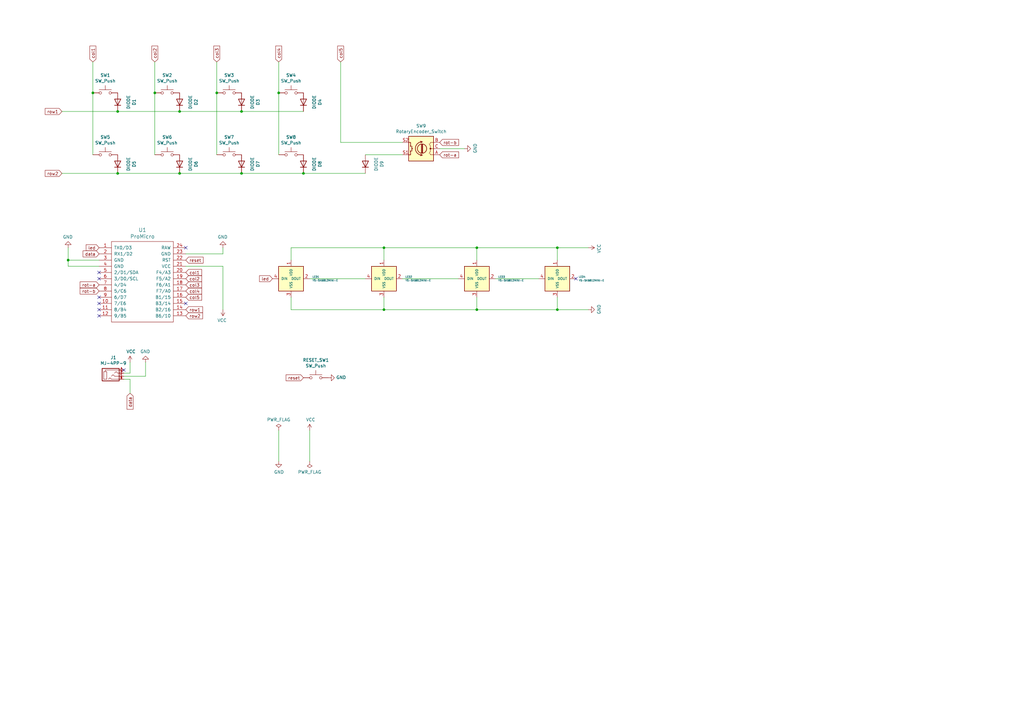
<source format=kicad_sch>
(kicad_sch (version 20211123) (generator eeschema)
  (paper "A3")
  (lib_symbols
    (symbol "Device:D" (pin_numbers hide) (pin_names (offset 1.016) hide)
      (property "Reference" "D" (at 0 2.54 0))
      (property "Value" "D" (at 0 -2.54 0))
      (symbol "D_0_1"
        (polyline (pts (xy -1.27 1.27) (xy -1.27 -1.27)) (stroke (width 0.254)))
        (polyline (pts (xy 1.27 0) (xy -1.27 0)))
        (polyline (pts (xy 1.27 1.27) (xy 1.27 -1.27) (xy -1.27 0) (xy 1.27 1.27)) (stroke (width 0.254)))
      )
      (symbol "D_1_1"
        (pin passive line (at -3.81 0 0) (length 2.54) (name "K") (number "1"))
        (pin passive line (at 3.81 0 180) (length 2.54) (name "A") (number "2"))
      )
    )
    (symbol "Switch:SW_Push" (pin_numbers hide) (pin_names (offset 1.016) hide)
      (property "Reference" "SW" (at 1.27 2.54 0))
      (property "Value" "SW_Push" (at 0 -1.524 0))
      (symbol "SW_Push_0_1"
        (circle (center -2.032 0) (radius 0.508))
        (polyline (pts (xy 0 1.27) (xy 0 3.048)))
        (polyline (pts (xy 2.54 1.27) (xy -2.54 1.27)))
        (circle (center 2.032 0) (radius 0.508))
        (pin passive line (at -5.08 0 0) (length 2.54) (name "1") (number "1"))
        (pin passive line (at 5.08 0 180) (length 2.54) (name "2") (number "2"))
      )
    )
    (symbol "dogtag-rescue:MJ-4PP-9-kbd" (pin_names (offset 1.016))
      (property "Reference" "J" (at 0 3.81 0))
      (property "Value" "MJ-4PP-9-kbd" (at 0 -3.81 0))
      (symbol "MJ-4PP-9-kbd_0_1"
        (rectangle (start -1.905 -1.905) (end -3.175 1.27))
        (polyline (pts (xy -2.54 1.27) (xy -2.54 1.905) (xy 3.175 1.905)))
        (polyline (pts (xy -1.27 -1.905) (xy -0.635 -1.27) (xy 0 -1.905) (xy 3.175 -1.905)))
        (polyline (pts (xy 0 -0.635) (xy 0.635 0) (xy 1.27 -0.635) (xy 3.175 -0.635)))
        (polyline (pts (xy 1.27 0.635) (xy 1.905 1.27) (xy 2.54 0.635) (xy 3.175 0.635)))
        (rectangle (start 3.175 2.54) (end -3.81 -2.54) (stroke (width 0.3048)))
      )
      (symbol "MJ-4PP-9-kbd_1_1"
        (pin input line (at 5.08 1.905 180) (length 2.0066) (name "~") (number "A"))
        (pin input line (at 5.08 -1.905 180) (length 2.0066) (name "~") (number "B"))
        (pin input line (at 5.08 -0.635 180) (length 2.0066) (name "~") (number "C"))
        (pin input line (at 5.08 0.635 180) (length 2.0066) (name "~") (number "D"))
      )
    )
    (symbol "dogtag-rescue:ProMicro-kbd" (pin_names (offset 1.016))
      (property "Reference" "U" (at 0 19.05 0))
      (property "Value" "ProMicro-kbd" (at 0 -19.05 0))
      (symbol "ProMicro-kbd_0_1"
        (rectangle (start -12.7 16.51) (end 12.7 -16.51))
      )
      (symbol "ProMicro-kbd_1_1"
        (pin bidirectional line (at -17.78 13.97 0) (length 5.08) (name "TX0/D3") (number "1"))
        (pin bidirectional line (at -17.78 -8.89 0) (length 5.08) (name "7/E6") (number "10"))
        (pin bidirectional line (at -17.78 -11.43 0) (length 5.08) (name "8/B4") (number "11"))
        (pin bidirectional line (at -17.78 -13.97 0) (length 5.08) (name "9/B5") (number "12"))
        (pin bidirectional line (at 17.78 -13.97 180) (length 5.08) (name "B6/10") (number "13"))
        (pin bidirectional line (at 17.78 -11.43 180) (length 5.08) (name "B2/16") (number "14"))
        (pin bidirectional line (at 17.78 -8.89 180) (length 5.08) (name "B3/14") (number "15"))
        (pin bidirectional line (at 17.78 -6.35 180) (length 5.08) (name "B1/15") (number "16"))
        (pin bidirectional line (at 17.78 -3.81 180) (length 5.08) (name "F7/A0") (number "17"))
        (pin bidirectional line (at 17.78 -1.27 180) (length 5.08) (name "F6/A1") (number "18"))
        (pin bidirectional line (at 17.78 1.27 180) (length 5.08) (name "F5/A2") (number "19"))
        (pin bidirectional line (at -17.78 11.43 0) (length 5.08) (name "RX1/D2") (number "2"))
        (pin bidirectional line (at 17.78 3.81 180) (length 5.08) (name "F4/A3") (number "20"))
        (pin power_in line (at 17.78 6.35 180) (length 5.08) (name "VCC") (number "21"))
        (pin input line (at 17.78 8.89 180) (length 5.08) (name "RST") (number "22"))
        (pin power_in line (at 17.78 11.43 180) (length 5.08) (name "GND") (number "23"))
        (pin power_out line (at 17.78 13.97 180) (length 5.08) (name "RAW") (number "24"))
        (pin power_in line (at -17.78 8.89 0) (length 5.08) (name "GND") (number "3"))
        (pin power_in line (at -17.78 6.35 0) (length 5.08) (name "GND") (number "4"))
        (pin bidirectional line (at -17.78 3.81 0) (length 5.08) (name "2/D1/SDA") (number "5"))
        (pin bidirectional line (at -17.78 1.27 0) (length 5.08) (name "3/D0/SCL") (number "6"))
        (pin bidirectional line (at -17.78 -1.27 0) (length 5.08) (name "4/D4") (number "7"))
        (pin bidirectional line (at -17.78 -3.81 0) (length 5.08) (name "5/C6") (number "8"))
        (pin bidirectional line (at -17.78 -6.35 0) (length 5.08) (name "6/D7") (number "9"))
      )
    )
    (symbol "dogtag-rescue:RotaryEncoder_Switch-Device-kbd-template-rescue" (pin_names (offset 0.254) hide)
      (property "Reference" "SW" (at 0 6.604 0))
      (property "Value" "RotaryEncoder_Switch-Device-kbd-template-rescue" (at 0 -6.604 0))
      (symbol "RotaryEncoder_Switch-Device-kbd-template-rescue_0_1"
        (rectangle (start -5.08 5.08) (end 5.08 -5.08) (stroke (width 0.254)) (fill (type background)))
        (circle (center -3.81 0) (radius 0.254) (fill (type outline)))
        (arc (start -0.381 -2.794) (mid 2.3622 -0.0508) (end -0.381 2.667) (stroke (width 0.254)))
        (circle (center -0.381 0) (radius 1.905) (stroke (width 0.254)))
        (polyline (pts (xy -0.635 -1.778) (xy -0.635 1.778)) (stroke (width 0.254)))
        (polyline (pts (xy -0.381 -1.778) (xy -0.381 1.778)) (stroke (width 0.254)))
        (polyline (pts (xy -0.127 1.778) (xy -0.127 -1.778)) (stroke (width 0.254)))
        (polyline (pts (xy 3.81 0) (xy 3.429 0)) (stroke (width 0.254)))
        (polyline (pts (xy 3.81 1.016) (xy 3.81 -1.016)) (stroke (width 0.254)))
        (polyline (pts (xy -5.08 -2.54) (xy -3.81 -2.54) (xy -3.81 -2.032)))
        (polyline (pts (xy -5.08 2.54) (xy -3.81 2.54) (xy -3.81 2.032)))
        (polyline (pts (xy 0.254 -3.048) (xy -0.508 -2.794) (xy 0.127 -2.413)) (stroke (width 0.254)))
        (polyline (pts (xy 0.254 2.921) (xy -0.508 2.667) (xy 0.127 2.286)) (stroke (width 0.254)))
        (polyline (pts (xy 5.08 -2.54) (xy 4.318 -2.54) (xy 4.318 -1.016)) (stroke (width 0.254)))
        (polyline (pts (xy 5.08 2.54) (xy 4.318 2.54) (xy 4.318 1.016)) (stroke (width 0.254)))
        (polyline (pts (xy -5.08 0) (xy -3.81 0) (xy -3.81 -1.016) (xy -3.302 -2.032)))
        (polyline (pts (xy -4.318 0) (xy -3.81 0) (xy -3.81 1.016) (xy -3.302 2.032)))
        (circle (center 4.318 -1.016) (radius 0.127) (stroke (width 0.254)))
        (circle (center 4.318 1.016) (radius 0.127) (stroke (width 0.254)))
      )
      (symbol "RotaryEncoder_Switch-Device-kbd-template-rescue_1_1"
        (pin passive line (at -7.62 2.54 0) (length 2.54) (name "A") (number "A"))
        (pin passive line (at -7.62 -2.54 0) (length 2.54) (name "B") (number "B"))
        (pin passive line (at -7.62 0 0) (length 2.54) (name "C") (number "C"))
        (pin passive line (at 7.62 2.54 180) (length 2.54) (name "S1") (number "S1"))
        (pin passive line (at 7.62 -2.54 180) (length 2.54) (name "S2") (number "S2"))
      )
    )
    (symbol "dogtag-rescue:YS-SK6812MINI-E-kbd" (pin_names (offset 1.016))
      (property "Reference" "LED" (at 2.54 -7.62 0))
      (property "Value" "YS-SK6812MINI-E-kbd" (at 6.35 -6.35 0))
      (symbol "YS-SK6812MINI-E-kbd_0_1"
        (rectangle (start -5.08 5.08) (end 5.08 -5.08) (stroke (width 0.254)) (fill (type background)))
      )
      (symbol "YS-SK6812MINI-E-kbd_1_1"
        (pin power_in line (at 0 7.62 270) (length 2.54) (name "VDD") (number "1"))
        (pin output line (at 7.62 0 180) (length 2.54) (name "DOUT") (number "2"))
        (pin power_in line (at 0 -7.62 90) (length 2.54) (name "VSS") (number "3"))
        (pin input line (at -7.62 0 0) (length 2.54) (name "DIN") (number "4"))
      )
    )
    (symbol "power:GND" (power) (pin_names (offset 0))
      (property "Value" "GND" (at 0 -3.81 0))
      (symbol "GND_0_1"
        (polyline (pts (xy 0 0) (xy 0 -1.27) (xy 1.27 -1.27) (xy 0 -2.54) (xy -1.27 -1.27) (xy 0 -1.27)))
      )
      (symbol "GND_1_1"
        (pin power_in line (at 0 0 270) (length 0) hide (name "GND") (number "1"))
      )
    )
    (symbol "power:PWR_FLAG" (power) (pin_numbers hide) (pin_names (offset 0) hide)
      (property "Value" "PWR_FLAG" (at 0 3.81 0))
      (symbol "PWR_FLAG_0_0"
        (pin power_out line (at 0 0 90) (length 0) (name "pwr") (number "1"))
      )
      (symbol "PWR_FLAG_0_1"
        (polyline (pts (xy 0 0) (xy 0 1.27) (xy -1.016 1.905) (xy 0 2.54) (xy 1.016 1.905) (xy 0 1.27)))
      )
    )
    (symbol "power:VCC" (power) (pin_names (offset 0))
      (property "Value" "VCC" (at 0 3.81 0))
      (symbol "VCC_0_1"
        (polyline (pts (xy -0.762 1.27) (xy 0 2.54)))
        (polyline (pts (xy 0 0) (xy 0 2.54)))
        (polyline (pts (xy 0 2.54) (xy 0.762 1.27)))
      )
      (symbol "VCC_1_1"
        (pin power_in line (at 0 0 90) (length 0) hide (name "VCC") (number "1"))
      )
    )
  )
  (junction (at 124.46 71.12))
  (junction (at 48.26 71.12))
  (junction (at 88.9 38.1))
  (junction (at 48.26 45.72))
  (junction (at 73.66 45.72))
  (junction (at 195.58 127))
  (junction (at 99.06 71.12))
  (junction (at 114.3 38.1))
  (junction (at 228.6 101.6))
  (junction (at 157.48 127))
  (junction (at 228.6 127))
  (junction (at 27.94 106.68))
  (junction (at 63.5 38.1))
  (junction (at 38.1 38.1))
  (junction (at 157.48 101.6))
  (junction (at 195.58 101.6))
  (junction (at 73.66 71.12))
  (junction (at 99.06 45.72))
  (no_connect (at 76.2 101.6))
  (no_connect (at 40.64 114.3))
  (no_connect (at 40.64 129.54))
  (no_connect (at 236.22 114.3))
  (no_connect (at 76.2 124.46))
  (no_connect (at 40.64 127))
  (no_connect (at 40.64 124.46))
  (no_connect (at 50.8 151.765))
  (no_connect (at 40.64 111.76))
  (no_connect (at 40.64 121.92))
  (wire (pts (xy 228.6 106.68) (xy 228.6 101.6)))
  (wire (pts (xy 53.34 155.575) (xy 53.34 161.29)))
  (wire (pts (xy 165.1 63.5) (xy 149.86 63.5)))
  (wire (pts (xy 59.69 148.59) (xy 59.69 154.305)))
  (wire (pts (xy 127 114.3) (xy 149.86 114.3)))
  (wire (pts (xy 139.7 58.42) (xy 165.1 58.42)))
  (wire (pts (xy 127 176.53) (xy 127 189.23)))
  (wire (pts (xy 73.66 71.12) (xy 99.06 71.12)))
  (wire (pts (xy 195.58 106.68) (xy 195.58 101.6)))
  (wire (pts (xy 157.48 121.92) (xy 157.48 127)))
  (wire (pts (xy 40.64 106.68) (xy 27.94 106.68)))
  (wire (pts (xy 99.06 71.12) (xy 124.46 71.12)))
  (wire (pts (xy 195.58 101.6) (xy 228.6 101.6)))
  (wire (pts (xy 228.6 127) (xy 241.3 127)))
  (wire (pts (xy 27.94 106.68) (xy 27.94 101.6)))
  (wire (pts (xy 157.48 127) (xy 195.58 127)))
  (wire (pts (xy 63.5 25.4) (xy 63.5 38.1)))
  (wire (pts (xy 139.7 25.4) (xy 139.7 58.42)))
  (wire (pts (xy 228.6 101.6) (xy 241.3 101.6)))
  (wire (pts (xy 119.38 106.68) (xy 119.38 101.6)))
  (wire (pts (xy 114.3 25.4) (xy 114.3 38.1)))
  (wire (pts (xy 53.34 153.035) (xy 50.8 153.035)))
  (wire (pts (xy 114.3 176.53) (xy 114.3 189.23)))
  (wire (pts (xy 203.2 114.3) (xy 220.98 114.3)))
  (wire (pts (xy 195.58 127) (xy 228.6 127)))
  (wire (pts (xy 228.6 121.92) (xy 228.6 127)))
  (wire (pts (xy 48.26 71.12) (xy 73.66 71.12)))
  (wire (pts (xy 88.9 25.4) (xy 88.9 38.1)))
  (wire (pts (xy 88.9 38.1) (xy 88.9 63.5)))
  (wire (pts (xy 73.66 45.72) (xy 48.26 45.72)))
  (wire (pts (xy 195.58 121.92) (xy 195.58 127)))
  (wire (pts (xy 25.4 71.12) (xy 48.26 71.12)))
  (wire (pts (xy 27.94 109.22) (xy 27.94 106.68)))
  (wire (pts (xy 50.8 155.575) (xy 53.34 155.575)))
  (wire (pts (xy 48.26 45.72) (xy 25.4 45.72)))
  (wire (pts (xy 76.2 104.14) (xy 91.44 104.14)))
  (wire (pts (xy 119.38 121.92) (xy 119.38 127)))
  (wire (pts (xy 76.2 109.22) (xy 91.44 109.22)))
  (wire (pts (xy 180.34 60.96) (xy 190.5 60.96)))
  (wire (pts (xy 53.34 148.59) (xy 53.34 153.035)))
  (wire (pts (xy 59.69 154.305) (xy 50.8 154.305)))
  (wire (pts (xy 99.06 45.72) (xy 73.66 45.72)))
  (wire (pts (xy 157.48 101.6) (xy 195.58 101.6)))
  (wire (pts (xy 114.3 38.1) (xy 114.3 63.5)))
  (wire (pts (xy 63.5 38.1) (xy 63.5 63.5)))
  (wire (pts (xy 38.1 38.1) (xy 38.1 63.5)))
  (wire (pts (xy 124.46 71.12) (xy 149.86 71.12)))
  (wire (pts (xy 157.48 106.68) (xy 157.48 101.6)))
  (wire (pts (xy 165.1 114.3) (xy 187.96 114.3)))
  (wire (pts (xy 91.44 104.14) (xy 91.44 101.6)))
  (wire (pts (xy 91.44 109.22) (xy 91.44 127)))
  (wire (pts (xy 119.38 127) (xy 157.48 127)))
  (wire (pts (xy 38.1 25.4) (xy 38.1 38.1)))
  (wire (pts (xy 119.38 101.6) (xy 157.48 101.6)))
  (wire (pts (xy 40.64 109.22) (xy 27.94 109.22)))
  (wire (pts (xy 124.46 45.72) (xy 99.06 45.72)))
  (global_label "col3" (shape input) (at 88.9 25.4 90) (property "シート間のリファレンス" "${INTERSHEET_REFS}" (effects hide)))
  (global_label "col1" (shape input) (at 76.2 111.76 0) (property "シート間のリファレンス" "${INTERSHEET_REFS}" (effects hide)))
  (global_label "row1" (shape input) (at 25.4 45.72 180) (property "シート間のリファレンス" "${INTERSHEET_REFS}" (effects hide)))
  (global_label "col4" (shape input) (at 76.2 119.38 0) (property "シート間のリファレンス" "${INTERSHEET_REFS}" (effects hide)))
  (global_label "reset" (shape input) (at 124.46 154.94 180) (property "シート間のリファレンス" "${INTERSHEET_REFS}" (effects hide)))
  (global_label "row2" (shape input) (at 76.2 129.54 0) (property "シート間のリファレンス" "${INTERSHEET_REFS}" (effects hide)))
  (global_label "col4" (shape input) (at 114.3 25.4 90) (property "シート間のリファレンス" "${INTERSHEET_REFS}" (effects hide)))
  (global_label "row2" (shape input) (at 25.4 71.12 180) (property "シート間のリファレンス" "${INTERSHEET_REFS}" (effects hide)))
  (global_label "rot-a" (shape input) (at 40.64 116.84 180) (property "シート間のリファレンス" "${INTERSHEET_REFS}" (effects hide)))
  (global_label "rot-b" (shape input) (at 40.64 119.38 180) (property "シート間のリファレンス" "${INTERSHEET_REFS}" (effects hide)))
  (global_label "rot-b" (shape input) (at 180.34 58.42 0) (property "シート間のリファレンス" "${INTERSHEET_REFS}" (effects hide)))
  (global_label "col2" (shape input) (at 76.2 114.3 0) (property "シート間のリファレンス" "${INTERSHEET_REFS}" (effects hide)))
  (global_label "col3" (shape input) (at 76.2 116.84 0) (property "シート間のリファレンス" "${INTERSHEET_REFS}" (effects hide)))
  (global_label "data" (shape input) (at 53.34 161.29 270) (property "シート間のリファレンス" "${INTERSHEET_REFS}" (effects hide)))
  (global_label "rot-a" (shape input) (at 180.34 63.5 0) (property "シート間のリファレンス" "${INTERSHEET_REFS}" (effects hide)))
  (global_label "data" (shape input) (at 40.64 104.14 180) (property "シート間のリファレンス" "${INTERSHEET_REFS}" (effects hide)))
  (global_label "col5" (shape input) (at 139.7 25.4 90) (property "シート間のリファレンス" "${INTERSHEET_REFS}" (effects hide)))
  (global_label "col2" (shape input) (at 63.5 25.4 90) (property "シート間のリファレンス" "${INTERSHEET_REFS}" (effects hide)))
  (global_label "col5" (shape input) (at 76.2 121.92 0) (property "シート間のリファレンス" "${INTERSHEET_REFS}" (effects hide)))
  (global_label "led" (shape input) (at 40.64 101.6 180) (property "シート間のリファレンス" "${INTERSHEET_REFS}" (effects hide)))
  (global_label "reset" (shape input) (at 76.2 106.68 0) (property "シート間のリファレンス" "${INTERSHEET_REFS}" (effects hide)))
  (global_label "col1" (shape input) (at 38.1 25.4 90) (property "シート間のリファレンス" "${INTERSHEET_REFS}" (effects hide)))
  (global_label "row1" (shape input) (at 76.2 127 0) (property "シート間のリファレンス" "${INTERSHEET_REFS}" (effects hide)))
  (global_label "led" (shape input) (at 111.76 114.3 180) (property "シート間のリファレンス" "${INTERSHEET_REFS}" (effects hide)))
  (symbol (lib_id "Device:D") (at 48.26 41.91 270) (mirror x) (unit 1)
    (property "Reference" "D1" (at 54.991 41.91 0))
    (property "Value" "DIODE" (at 52.6796 41.91 0))
    (property "Footprint" "takashicompany:D3_TH_SMD_v2_Reversible" (effects hide))
  )
  (symbol (lib_id "Switch:SW_Push") (at 43.18 38.1 0) (unit 1)
    (property "Reference" "SW1" (at 43.18 30.861 0))
    (property "Value" "SW_Push" (at 43.18 33.1724 0))
    (property "Footprint" "takashicompany:CherryMX_TH_Hotswap_Reversible_v2" (effects hide))
  )
  (symbol (lib_id "Device:D") (at 73.66 41.91 270) (mirror x) (unit 1)
    (property "Reference" "D2" (at 80.391 41.91 0))
    (property "Value" "DIODE" (at 78.0796 41.91 0))
    (property "Footprint" "takashicompany:D3_TH_SMD_v2_Reversible" (effects hide))
  )
  (symbol (lib_id "Switch:SW_Push") (at 68.58 38.1 0) (unit 1)
    (property "Reference" "SW2" (at 68.58 30.861 0))
    (property "Value" "SW_Push" (at 68.58 33.1724 0))
    (property "Footprint" "takashicompany:CherryMX_TH_Hotswap_Reversible_v2" (effects hide))
  )
  (symbol (lib_id "Device:D") (at 99.06 41.91 270) (mirror x) (unit 1)
    (property "Reference" "D3" (at 105.791 41.91 0))
    (property "Value" "DIODE" (at 103.4796 41.91 0))
    (property "Footprint" "takashicompany:D3_TH_SMD_v2_Reversible" (effects hide))
  )
  (symbol (lib_id "Switch:SW_Push") (at 93.98 38.1 0) (unit 1)
    (property "Reference" "SW3" (at 93.98 30.861 0))
    (property "Value" "SW_Push" (at 93.98 33.1724 0))
    (property "Footprint" "takashicompany:CherryMX_TH_Hotswap_Reversible_v2" (effects hide))
  )
  (symbol (lib_id "Device:D") (at 124.46 41.91 270) (mirror x) (unit 1)
    (property "Reference" "D4" (at 131.191 41.91 0))
    (property "Value" "DIODE" (at 128.8796 41.91 0))
    (property "Footprint" "takashicompany:D3_TH_SMD_v2_Reversible" (effects hide))
  )
  (symbol (lib_id "Switch:SW_Push") (at 119.38 38.1 0) (unit 1)
    (property "Reference" "SW4" (at 119.38 30.861 0))
    (property "Value" "SW_Push" (at 119.38 33.1724 0))
    (property "Footprint" "takashicompany:CherryMX_TH_Hotswap_Reversible_v2" (effects hide))
  )
  (symbol (lib_id "Device:D") (at 48.26 67.31 270) (mirror x) (unit 1)
    (property "Reference" "D5" (at 54.991 67.31 0))
    (property "Value" "DIODE" (at 52.6796 67.31 0))
    (property "Footprint" "takashicompany:D3_TH_SMD_v2_Reversible" (effects hide))
  )
  (symbol (lib_id "Switch:SW_Push") (at 43.18 63.5 0) (unit 1)
    (property "Reference" "SW5" (at 43.18 56.261 0))
    (property "Value" "SW_Push" (at 43.18 58.5724 0))
    (property "Footprint" "takashicompany:CherryMX_TH_Hotswap_Reversible_v2" (effects hide))
  )
  (symbol (lib_id "Device:D") (at 73.66 67.31 270) (mirror x) (unit 1)
    (property "Reference" "D6" (at 80.391 67.31 0))
    (property "Value" "DIODE" (at 78.0796 67.31 0))
    (property "Footprint" "takashicompany:D3_TH_SMD_v2_Reversible" (effects hide))
  )
  (symbol (lib_id "Switch:SW_Push") (at 68.58 63.5 0) (unit 1)
    (property "Reference" "SW6" (at 68.58 56.261 0))
    (property "Value" "SW_Push" (at 68.58 58.5724 0))
    (property "Footprint" "takashicompany:CherryMX_TH_Hotswap_Reversible_v2" (effects hide))
  )
  (symbol (lib_id "Device:D") (at 99.06 67.31 270) (mirror x) (unit 1)
    (property "Reference" "D7" (at 105.791 67.31 0))
    (property "Value" "DIODE" (at 103.4796 67.31 0))
    (property "Footprint" "takashicompany:D3_TH_SMD_v2_Reversible" (effects hide))
  )
  (symbol (lib_id "Switch:SW_Push") (at 93.98 63.5 0) (unit 1)
    (property "Reference" "SW7" (at 93.98 56.261 0))
    (property "Value" "SW_Push" (at 93.98 58.5724 0))
    (property "Footprint" "takashicompany:CherryMX_TH_Hotswap_Reversible_v2" (effects hide))
  )
  (symbol (lib_id "Device:D") (at 124.46 67.31 270) (mirror x) (unit 1)
    (property "Reference" "D8" (at 131.191 67.31 0))
    (property "Value" "DIODE" (at 128.8796 67.31 0))
    (property "Footprint" "takashicompany:D3_TH_SMD_v2_Reversible" (effects hide))
  )
  (symbol (lib_id "Switch:SW_Push") (at 119.38 63.5 0) (unit 1)
    (property "Reference" "SW8" (at 119.38 56.261 0))
    (property "Value" "SW_Push" (at 119.38 58.5724 0))
    (property "Footprint" "takashicompany:CherryMX_TH_Hotswap_Reversible_v2" (effects hide))
  )
  (symbol (lib_id "Device:D") (at 149.86 67.31 270) (mirror x) (unit 1)
    (property "Reference" "D9" (at 156.591 67.31 0))
    (property "Value" "DIODE" (at 154.2796 67.31 0))
    (property "Footprint" "takashicompany:D3_TH_SMD_v2_Reversible" (effects hide))
  )
  (symbol (lib_id "dogtag-rescue:ProMicro-kbd") (at 58.42 115.57 0) (unit 1)
    (property "Reference" "U1" (at 58.42 94.3102 0) (effects (font (size 1.524 1.524))))
    (property "Value" "ProMicro" (at 58.42 97.0026 0) (effects (font (size 1.524 1.524))))
    (property "Footprint" "takashicompany:ProMicro_v3.5_print-inside" (effects hide))
  )
  (symbol (lib_id "power:VCC") (at 91.44 127 180) (unit 1)
    (property "Reference" "#PWR0101" (effects hide))
    (property "Value" "VCC" (at 91.059 131.3942 0))
  )
  (symbol (lib_id "power:VCC") (at 53.34 148.59 0) (unit 1)
    (property "Reference" "#PWR0105" (effects hide))
    (property "Value" "VCC" (at 53.721 144.1958 0))
  )
  (symbol (lib_id "power:GND") (at 91.44 101.6 180) (unit 1)
    (property "Reference" "#PWR0102" (effects hide))
    (property "Value" "GND" (at 91.313 97.2058 0))
  )
  (symbol (lib_id "power:GND") (at 27.94 101.6 180) (unit 1)
    (property "Reference" "#PWR0103" (effects hide))
    (property "Value" "GND" (at 27.813 97.2058 0))
  )
  (symbol (lib_id "dogtag-rescue:MJ-4PP-9-kbd") (at 45.72 153.67 0) (unit 1)
    (property "Reference" "J1" (at 46.5074 146.6596 0))
    (property "Value" "MJ-4PP-9" (at 46.5074 148.971 0))
    (property "Footprint" "kbd:MJ-4PP-9" (effects hide))
  )
  (symbol (lib_id "Switch:SW_Push") (at 129.54 154.94 0) (unit 1)
    (property "Reference" "RESET_SW1" (at 129.54 147.701 0))
    (property "Value" "SW_Push" (at 129.54 150.0124 0))
    (property "Footprint" "kbd:ResetSW" (effects hide))
  )
  (symbol (lib_id "power:GND") (at 134.62 154.94 90) (unit 1)
    (property "Reference" "#PWR0104" (effects hide))
    (property "Value" "GND" (at 137.8712 154.813 90) (effects (justify right)))
  )
  (symbol (lib_id "power:GND") (at 59.69 148.59 180) (unit 1)
    (property "Reference" "#PWR0106" (effects hide))
    (property "Value" "GND" (at 59.563 144.1958 0))
  )
  (symbol (lib_id "power:PWR_FLAG") (at 114.3 176.53 0) (unit 1)
    (property "Reference" "#FLG0101" (effects hide))
    (property "Value" "PWR_FLAG" (at 114.3 172.1358 0))
  )
  (symbol (lib_id "power:GND") (at 114.3 189.23 0) (unit 1)
    (property "Reference" "#PWR0107" (effects hide))
    (property "Value" "GND" (at 114.427 193.6242 0))
  )
  (symbol (lib_id "power:VCC") (at 127 176.53 0) (unit 1)
    (property "Reference" "#PWR0108" (effects hide))
    (property "Value" "VCC" (at 127.381 172.1358 0))
  )
  (symbol (lib_id "power:PWR_FLAG") (at 127 189.23 180) (unit 1)
    (property "Reference" "#FLG0102" (effects hide))
    (property "Value" "PWR_FLAG" (at 127 193.6242 0))
  )
  (symbol (lib_id "power:VCC") (at 241.3 101.6 270) (unit 1)
    (property "Reference" "#PWR0109" (effects hide))
    (property "Value" "VCC" (at 245.6942 101.981 0))
  )
  (symbol (lib_id "power:GND") (at 241.3 127 90) (unit 1)
    (property "Reference" "#PWR0110" (effects hide))
    (property "Value" "GND" (at 245.6942 126.873 0))
  )
  (symbol (lib_id "dogtag-rescue:RotaryEncoder_Switch-Device-kbd-template-rescue") (at 172.72 60.96 180) (unit 1)
    (property "Reference" "SW9" (at 172.72 51.6382 0))
    (property "Value" "RotaryEncoder_Switch" (at 172.72 53.9496 0))
    (property "Footprint" "takashicompany:CherryMX_TH_Hotswap_Reversible_RotaryEncoder_EC11_v2" (effects hide))
  )
  (symbol (lib_id "power:GND") (at 190.5 60.96 90) (unit 1)
    (property "Reference" "#PWR0111" (effects hide))
    (property "Value" "GND" (at 194.8942 60.833 0))
  )
  (symbol (lib_id "dogtag-rescue:YS-SK6812MINI-E-kbd") (at 119.38 114.3 0) (unit 1)
    (property "Reference" "LED1" (at 128.1176 113.538 0) (effects (font (size 0.7366 0.7366)) (justify left)))
    (property "Value" "YS-SK6812MINI-E" (at 128.1176 115.0366 0) (effects (font (size 0.7366 0.7366)) (justify left)))
    (property "Footprint" "takashicompany:SK6812MINI_bg_reversible" (effects hide))
  )
  (symbol (lib_id "dogtag-rescue:YS-SK6812MINI-E-kbd") (at 157.48 114.3 0) (unit 1)
    (property "Reference" "LED2" (at 166.2176 113.538 0) (effects (font (size 0.7366 0.7366)) (justify left)))
    (property "Value" "YS-SK6812MINI-E" (at 166.2176 115.0366 0) (effects (font (size 0.7366 0.7366)) (justify left)))
    (property "Footprint" "takashicompany:SK6812MINI_bg_reversible" (effects hide))
  )
  (symbol (lib_id "dogtag-rescue:YS-SK6812MINI-E-kbd") (at 195.58 114.3 0) (unit 1)
    (property "Reference" "LED3" (at 204.3176 113.538 0) (effects (font (size 0.7366 0.7366)) (justify left)))
    (property "Value" "YS-SK6812MINI-E" (at 204.3176 115.0366 0) (effects (font (size 0.7366 0.7366)) (justify left)))
    (property "Footprint" "takashicompany:SK6812MINI_bg_reversible" (effects hide))
  )
  (symbol (lib_id "dogtag-rescue:YS-SK6812MINI-E-kbd") (at 228.6 114.3 0) (unit 1)
    (property "Reference" "LED4" (at 237.3376 113.538 0) (effects (font (size 0.7366 0.7366)) (justify left)))
    (property "Value" "YS-SK6812MINI-E" (at 237.3376 115.0366 0) (effects (font (size 0.7366 0.7366)) (justify left)))
    (property "Footprint" "takashicompany:SK6812MINI_bg_reversible" (effects hide))
  )
)
</source>
